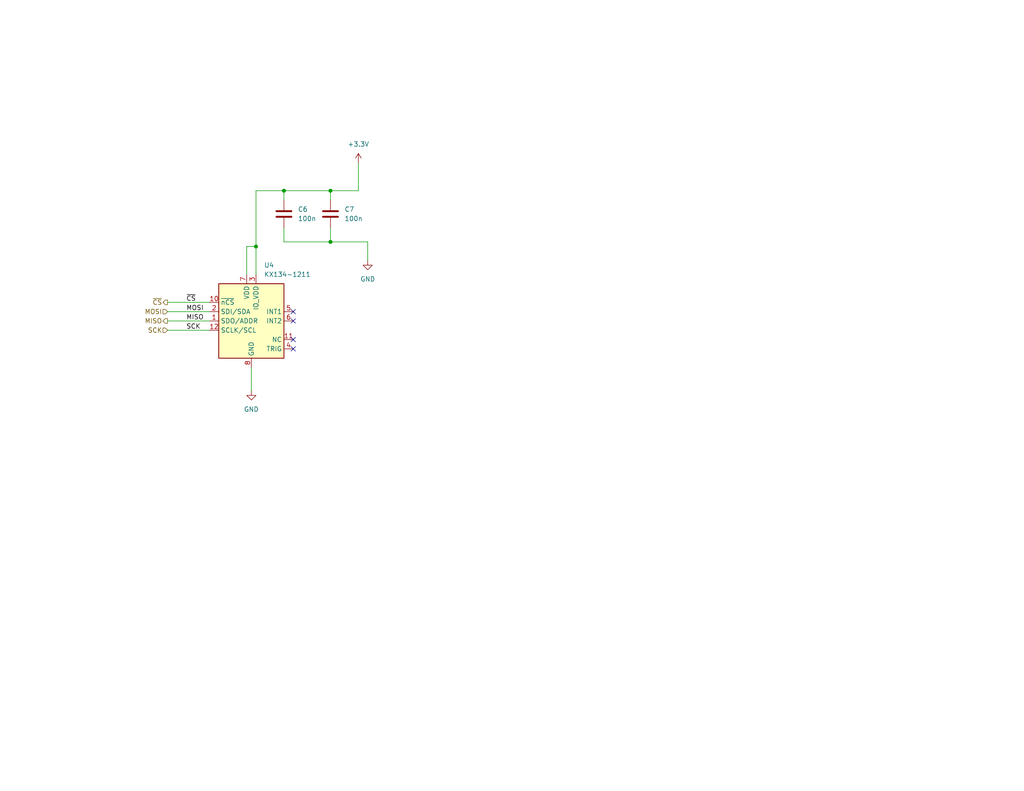
<source format=kicad_sch>
(kicad_sch (version 20230121) (generator eeschema)
  (paper "USLetter")
  (title_block (title "SRAD-FC") (company "Missouri S&T Rocket Design Team"))
  (lib_symbols
    (symbol "Device:C" (pin_numbers hide) (pin_names (offset 0.254))
      (property "Reference" "C" (at 0.635 2.54 0))
      (property "Value" "C" (at 0.635 -2.54 0))
      (symbol "C_0_1"
        (polyline (pts (xy -2.032 -0.762) (xy 2.032 -0.762)) (stroke (width 0.508)))
        (polyline (pts (xy -2.032 0.762) (xy 2.032 0.762)) (stroke (width 0.508)))
      )
      (symbol "C_1_1"
        (pin passive line (at 0 3.81 270) (length 2.794) (name "~") (number "1"))
        (pin passive line (at 0 -3.81 90) (length 2.794) (name "~") (number "2"))
      )
    )
    (symbol "Sensor_Motion:KX122-1042"
      (property "Reference" "U4" (at 4.7341 15.24 0))
      (property "Value" "KX134-1211" (at 4.7341 12.7 0))
      (symbol "KX122-1042_0_1"
        (rectangle (start -7.62 10.16) (end 10.16 -10.16) (stroke (width 0.254)) (fill (type background)))
      )
      (symbol "KX122-1042_1_0"
        (pin power_in line (at 1.27 -12.7 90) (length 2.54) (name "GND") (number "8"))
      )
      (symbol "KX122-1042_1_1"
        (pin bidirectional line (at -10.16 0 0) (length 2.54) (name "SDO/ADDR") (number "1"))
        (pin input line (at -10.16 5.08 0) (length 2.54) (name "~{nCS}") (number "10"))
        (pin passive line (at 12.7 -5.08 180) (length 2.54) (name "NC") (number "11"))
        (pin input line (at -10.16 -2.54 0) (length 2.54) (name "SCLK/SCL") (number "12"))
        (pin bidirectional line (at -10.16 2.54 0) (length 2.54) (name "SDI/SDA") (number "2"))
        (pin power_in line (at 2.54 12.7 270) (length 2.54) (name "IO_VDD") (number "3"))
        (pin input line (at 12.7 -7.62 180) (length 2.54) (name "TRIG") (number "4"))
        (pin output line (at 12.7 2.54 180) (length 2.54) (name "INT1") (number "5"))
        (pin output line (at 12.7 0 180) (length 2.54) (name "INT2") (number "6"))
        (pin power_in line (at 0 12.7 270) (length 2.54) (name "VDD") (number "7"))
        (pin power_in line (at 1.27 -12.7 90) (length 2.54) hide (name "GND") (number "9"))
      )
    )
    (symbol "power:+3.3V" (power) (pin_names (offset 0))
      (property "Value" "+3.3V" (at 0 3.556 0))
      (symbol "+3.3V_0_1"
        (polyline (pts (xy -0.762 1.27) (xy 0 2.54)))
        (polyline (pts (xy 0 0) (xy 0 2.54)))
        (polyline (pts (xy 0 2.54) (xy 0.762 1.27)))
      )
      (symbol "+3.3V_1_1"
        (pin power_in line (at 0 0 90) (length 0) hide (name "+3.3V") (number "1"))
      )
    )
    (symbol "power:GND" (power) (pin_names (offset 0))
      (property "Value" "GND" (at 0 -3.81 0))
      (symbol "GND_0_1"
        (polyline (pts (xy 0 0) (xy 0 -1.27) (xy 1.27 -1.27) (xy 0 -2.54) (xy -1.27 -1.27) (xy 0 -1.27)))
      )
      (symbol "GND_1_1"
        (pin power_in line (at 0 0 270) (length 0) hide (name "GND") (number "1"))
      )
    )
  )
  (junction (at 69.85 67.31))
  (junction (at 90.17 52.07))
  (junction (at 90.17 66.04))
  (junction (at 77.47 52.07))
  (no_connect (at 80.01 92.71))
  (no_connect (at 80.01 95.25))
  (no_connect (at 80.01 87.63))
  (no_connect (at 80.01 85.09))
  (wire (pts (xy 90.17 62.23) (xy 90.17 66.04)))
  (wire (pts (xy 77.47 52.07) (xy 90.17 52.07)))
  (wire (pts (xy 77.47 52.07) (xy 77.47 54.61)))
  (wire (pts (xy 68.58 100.33) (xy 68.58 106.68)))
  (wire (pts (xy 77.47 62.23) (xy 77.47 66.04)))
  (wire (pts (xy 77.47 66.04) (xy 90.17 66.04)))
  (wire (pts (xy 97.79 44.45) (xy 97.79 52.07)))
  (wire (pts (xy 67.31 74.93) (xy 67.31 67.31)))
  (wire (pts (xy 45.72 82.55) (xy 57.15 82.55)))
  (wire (pts (xy 45.72 90.17) (xy 57.15 90.17)))
  (wire (pts (xy 67.31 67.31) (xy 69.85 67.31)))
  (wire (pts (xy 69.85 74.93) (xy 69.85 67.31)))
  (wire (pts (xy 45.72 87.63) (xy 57.15 87.63)))
  (wire (pts (xy 90.17 52.07) (xy 97.79 52.07)))
  (wire (pts (xy 69.85 52.07) (xy 77.47 52.07)))
  (wire (pts (xy 100.33 66.04) (xy 100.33 71.12)))
  (wire (pts (xy 45.72 85.09) (xy 57.15 85.09)))
  (wire (pts (xy 90.17 52.07) (xy 90.17 54.61)))
  (wire (pts (xy 69.85 67.31) (xy 69.85 52.07)))
  (wire (pts (xy 90.17 66.04) (xy 100.33 66.04)))
  (label "~{CS}" (at 50.8 82.55 0))
  (label "SCK" (at 50.8 90.17 0))
  (label "MOSI" (at 50.8 85.09 0))
  (label "MISO" (at 50.8 87.63 0))
  (hierarchical_label "~{CS}" (shape output) (at 45.72 82.55 180))
  (hierarchical_label "MISO" (shape output) (at 45.72 87.63 180))
  (hierarchical_label "MOSI" (shape input) (at 45.72 85.09 180))
  (hierarchical_label "SCK" (shape input) (at 45.72 90.17 180))
  (symbol (lib_id "power:+3.3V") (at 97.79 44.45 0) (unit 1)
    (property "Reference" "#PWR017" (effects hide))
    (property "Value" "+3.3V" (at 97.79 39.37 0))
  )
  (symbol (lib_id "power:GND") (at 100.33 71.12 0) (unit 1)
    (property "Reference" "#PWR09" (effects hide))
    (property "Value" "GND" (at 100.33 76.2 0))
  )
  (symbol (lib_id "Device:C") (at 90.17 58.42 0) (unit 1)
    (property "Reference" "C7" (at 93.98 57.15 0) (effects (justify left)))
    (property "Value" "100n" (at 93.98 59.69 0) (effects (justify left)))
  )
  (symbol (lib_id "Sensor_Motion:KX122-1042") (at 67.31 87.63 0) (unit 1)
    (property "Reference" "U4" (at 72.0441 72.39 0) (effects (justify left)))
    (property "Value" "KX134-1211" (at 72.0441 74.93 0) (effects (justify left)))
    (property "Footprint" "Package_LGA:LGA-12_2x2mm_P0.5mm" (effects hide))
    (property "Datasheet" "http://kionixfs.kionix.com/en/datasheet/KX112-1042-Specifications-Rev-6.0.pdf" (effects hide))
  )
  (symbol (lib_id "power:GND") (at 68.58 106.68 0) (unit 1)
    (property "Reference" "#PWR08" (effects hide))
    (property "Value" "GND" (at 68.58 111.76 0))
  )
  (symbol (lib_id "Device:C") (at 77.47 58.42 0) (unit 1)
    (property "Reference" "C6" (at 81.28 57.15 0) (effects (justify left)))
    (property "Value" "100n" (at 81.28 59.69 0) (effects (justify left)))
  )
)
</source>
